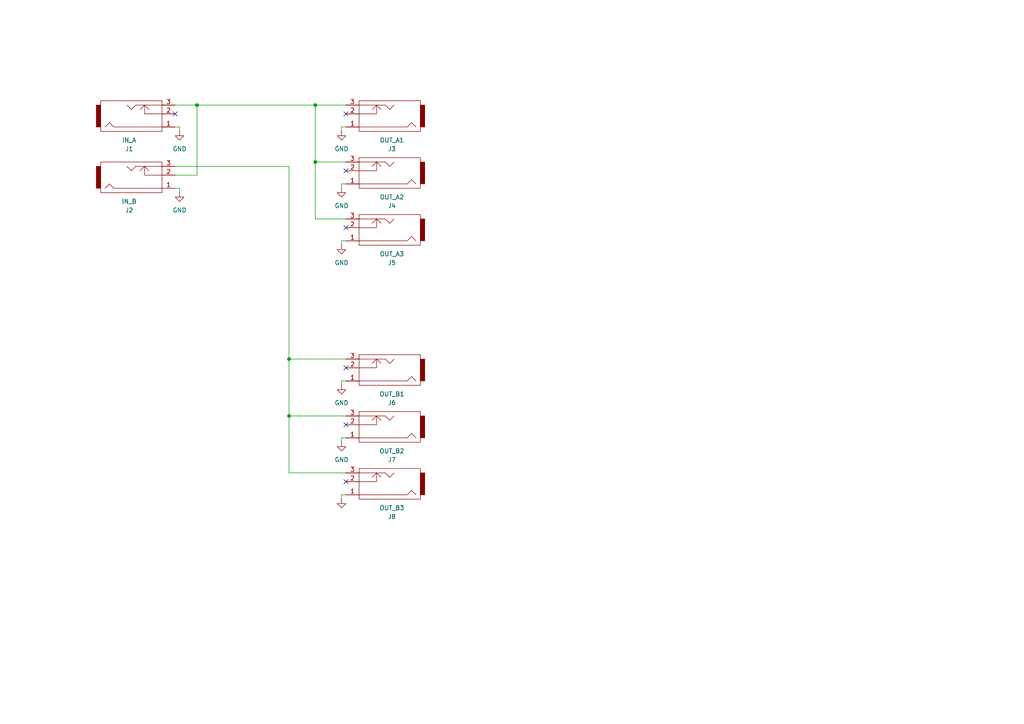
<source format=kicad_sch>
(kicad_sch (version 20231120) (generator "eeschema") (generator_version "8.0")
  (paper "A4")
  (lib_symbols
    (symbol "eurocad:PJ301M-12" (pin_names (offset 1.016))
      (property "Reference" "J" (at -8.89 -5.08 0))
      (property "Value" "PJ301M-12" (at -3.81 6.35 0))
      (symbol "PJ301M-12_0_1"
        (rectangle (start -11.43 3.81) (end -10.16 -2.54) (fill (type outline)))
        (polyline (pts (xy 3.81 0) (xy 7.62 0) (xy 7.62 0)))
        (polyline (pts (xy 0 -2.54) (xy -1.27 -1.27) (xy -2.54 -2.54) (xy -2.54 -2.54)))
        (polyline (pts (xy 0 -2.54) (xy 7.62 -2.54) (xy 7.62 -2.54) (xy 7.62 -2.54)))
        (polyline (pts (xy 1.27 -1.27) (xy 2.54 -2.54) (xy 3.81 -1.27) (xy 3.81 -1.27)))
        (polyline (pts (xy 3.81 0) (xy 2.54 0) (xy 2.54 -2.54) (xy 2.54 -2.54)))
        (polyline (pts (xy 7.62 3.81) (xy -6.35 3.81) (xy -7.62 2.54) (xy -8.89 3.81) (xy -8.89 3.81)))
        (rectangle (start 7.62 -3.81) (end -10.16 5.08))
      )
      (symbol "PJ301M-12_1_1"
        (pin passive line (at 11.43 3.81 180) (length 3.81) (name "~") (number "1"))
        (pin passive line (at 11.43 0 180) (length 3.81) (name "~") (number "2"))
        (pin passive line (at 11.43 -2.54 180) (length 3.81) (name "~") (number "3"))
      )
    )
    (symbol "power:GND" (power) (pin_numbers hide) (pin_names (offset 0) hide)
      (property "Value" "GND" (at 0 -3.81 0))
      (symbol "GND_0_1"
        (polyline (pts (xy 0 0) (xy 0 -1.27) (xy 1.27 -1.27) (xy 0 -2.54) (xy -1.27 -1.27) (xy 0 -1.27)))
      )
      (symbol "GND_1_1"
        (pin power_in line (at 0 0 270) (length 0) (name "~") (number "1"))
      )
    )
  )
  (junction (at 57.15 30.48))
  (junction (at 91.44 46.99))
  (junction (at 83.82 120.65))
  (junction (at 91.44 30.48))
  (junction (at 83.82 104.14))
  (no_connect (at 100.33 106.68))
  (no_connect (at 100.33 33.02))
  (no_connect (at 100.33 123.19))
  (no_connect (at 50.8 33.02))
  (no_connect (at 100.33 139.7))
  (no_connect (at 100.33 66.04))
  (no_connect (at 100.33 49.53))
  (wire (pts (xy 83.82 104.14) (xy 100.33 104.14)))
  (wire (pts (xy 57.15 50.8) (xy 50.8 50.8)))
  (wire (pts (xy 57.15 30.48) (xy 57.15 50.8)))
  (wire (pts (xy 83.82 120.65) (xy 83.82 104.14)))
  (wire (pts (xy 91.44 30.48) (xy 100.33 30.48)))
  (wire (pts (xy 57.15 30.48) (xy 91.44 30.48)))
  (wire (pts (xy 99.06 127) (xy 99.06 128.27)))
  (wire (pts (xy 100.33 137.16) (xy 83.82 137.16)))
  (wire (pts (xy 50.8 48.26) (xy 83.82 48.26)))
  (wire (pts (xy 100.33 36.83) (xy 99.06 36.83)))
  (wire (pts (xy 83.82 48.26) (xy 83.82 104.14)))
  (wire (pts (xy 99.06 53.34) (xy 99.06 54.61)))
  (wire (pts (xy 100.33 143.51) (xy 99.06 143.51)))
  (wire (pts (xy 99.06 143.51) (xy 99.06 144.78)))
  (wire (pts (xy 100.33 53.34) (xy 99.06 53.34)))
  (wire (pts (xy 50.8 30.48) (xy 57.15 30.48)))
  (wire (pts (xy 91.44 46.99) (xy 91.44 30.48)))
  (wire (pts (xy 99.06 36.83) (xy 99.06 38.1)))
  (wire (pts (xy 52.07 36.83) (xy 52.07 38.1)))
  (wire (pts (xy 100.33 110.49) (xy 99.06 110.49)))
  (wire (pts (xy 99.06 110.49) (xy 99.06 111.76)))
  (wire (pts (xy 50.8 36.83) (xy 52.07 36.83)))
  (wire (pts (xy 50.8 54.61) (xy 52.07 54.61)))
  (wire (pts (xy 100.33 69.85) (xy 99.06 69.85)))
  (wire (pts (xy 52.07 54.61) (xy 52.07 55.88)))
  (wire (pts (xy 99.06 69.85) (xy 99.06 71.12)))
  (wire (pts (xy 100.33 63.5) (xy 91.44 63.5)))
  (wire (pts (xy 100.33 120.65) (xy 83.82 120.65)))
  (wire (pts (xy 100.33 127) (xy 99.06 127)))
  (wire (pts (xy 83.82 137.16) (xy 83.82 120.65)))
  (wire (pts (xy 100.33 46.99) (xy 91.44 46.99)))
  (wire (pts (xy 91.44 63.5) (xy 91.44 46.99)))
  (symbol (lib_id "power:GND") (at 99.06 71.12 0) (unit 1)
    (property "Reference" "#PWR05" (effects (hide yes)))
    (property "Value" "GND" (at 99.06 76.2 0))
    (property "Description" "Power symbol creates a global label with name \"GND\" , ground" (effects (hide yes)))
  )
  (symbol (lib_id "power:GND") (at 52.07 55.88 0) (unit 1)
    (property "Reference" "#PWR02" (effects (hide yes)))
    (property "Value" "GND" (at 52.07 60.96 0))
    (property "Description" "Power symbol creates a global label with name \"GND\" , ground" (effects (hide yes)))
  )
  (symbol (lib_id "power:GND") (at 52.07 38.1 0) (unit 1)
    (property "Reference" "#PWR01" (effects (hide yes)))
    (property "Value" "GND" (at 52.07 43.18 0))
    (property "Description" "Power symbol creates a global label with name \"GND\" , ground" (effects (hide yes)))
  )
  (symbol (lib_id "power:GND") (at 99.06 54.61 0) (unit 1)
    (property "Reference" "#PWR04" (effects (hide yes)))
    (property "Value" "GND" (at 99.06 59.69 0))
    (property "Description" "Power symbol creates a global label with name \"GND\" , ground" (effects (hide yes)))
  )
  (symbol (lib_id "power:GND") (at 99.06 144.78 0) (unit 1)
    (property "Reference" "#PWR09" (effects (hide yes)))
    (property "Value" "GND" (effects (hide yes)))
    (property "Description" "Power symbol creates a global label with name \"GND\" , ground" (effects (hide yes)))
  )
  (symbol (lib_id "eurocad:PJ301M-12") (at 39.37 50.8 0) (mirror x) (unit 1)
    (property "Reference" "J2" (at 37.465 60.96 0))
    (property "Value" "IN_B" (at 37.465 58.42 0))
    (property "Footprint" "Eurocad:PJ301M-12" (effects (hide yes)))
  )
  (symbol (lib_id "eurocad:PJ301M-12") (at 111.76 33.02 180) (unit 1)
    (property "Reference" "J3" (at 113.665 43.18 0))
    (property "Value" "OUT_A1" (at 113.665 40.64 0))
    (property "Footprint" "Eurocad:PJ301M-12" (effects (hide yes)))
  )
  (symbol (lib_id "power:GND") (at 99.06 38.1 0) (unit 1)
    (property "Reference" "#PWR03" (effects (hide yes)))
    (property "Value" "GND" (at 99.06 43.18 0))
    (property "Description" "Power symbol creates a global label with name \"GND\" , ground" (effects (hide yes)))
  )
  (symbol (lib_id "eurocad:PJ301M-12") (at 111.76 139.7 180) (unit 1)
    (property "Reference" "J8" (at 113.665 149.86 0))
    (property "Value" "OUT_B3" (at 113.665 147.32 0))
    (property "Footprint" "Eurocad:PJ301M-12" (effects (hide yes)))
  )
  (symbol (lib_id "eurocad:PJ301M-12") (at 39.37 33.02 0) (mirror x) (unit 1)
    (property "Reference" "J1" (at 37.465 43.18 0))
    (property "Value" "IN_A" (at 37.465 40.64 0))
    (property "Footprint" "Eurocad:PJ301M-12" (effects (hide yes)))
  )
  (symbol (lib_id "eurocad:PJ301M-12") (at 111.76 66.04 180) (unit 1)
    (property "Reference" "J5" (at 113.665 76.2 0))
    (property "Value" "OUT_A3" (at 113.665 73.66 0))
    (property "Footprint" "Eurocad:PJ301M-12" (effects (hide yes)))
  )
  (symbol (lib_id "power:GND") (at 99.06 128.27 0) (unit 1)
    (property "Reference" "#PWR08" (effects (hide yes)))
    (property "Value" "GND" (at 99.06 133.35 0))
    (property "Description" "Power symbol creates a global label with name \"GND\" , ground" (effects (hide yes)))
  )
  (symbol (lib_id "eurocad:PJ301M-12") (at 111.76 49.53 180) (unit 1)
    (property "Reference" "J4" (at 113.665 59.69 0))
    (property "Value" "OUT_A2" (at 113.665 57.15 0))
    (property "Footprint" "Eurocad:PJ301M-12" (effects (hide yes)))
  )
  (symbol (lib_id "eurocad:PJ301M-12") (at 111.76 123.19 180) (unit 1)
    (property "Reference" "J7" (at 113.665 133.35 0))
    (property "Value" "OUT_B2" (at 113.665 130.81 0))
    (property "Footprint" "Eurocad:PJ301M-12" (effects (hide yes)))
  )
  (symbol (lib_id "power:GND") (at 99.06 111.76 0) (unit 1)
    (property "Reference" "#PWR07" (effects (hide yes)))
    (property "Value" "GND" (at 99.06 116.84 0))
    (property "Description" "Power symbol creates a global label with name \"GND\" , ground" (effects (hide yes)))
  )
  (symbol (lib_id "eurocad:PJ301M-12") (at 111.76 106.68 180) (unit 1)
    (property "Reference" "J6" (at 113.665 116.84 0))
    (property "Value" "OUT_B1" (at 113.665 114.3 0))
    (property "Footprint" "Eurocad:PJ301M-12" (effects (hide yes)))
  )
)
</source>
